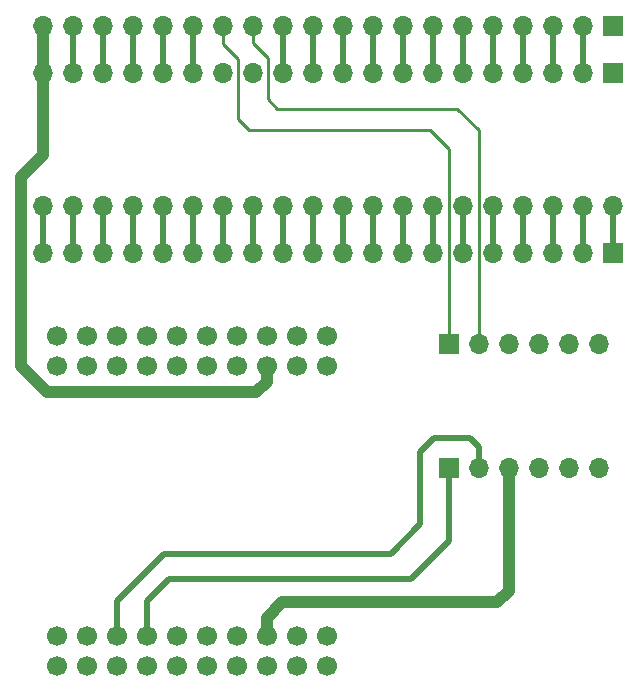
<source format=gtl>
G04 #@! TF.GenerationSoftware,KiCad,Pcbnew,(5.1.6)-1*
G04 #@! TF.CreationDate,2021-12-03T11:19:17+02:00*
G04 #@! TF.ProjectId,df_selector_inverted,64665f73-656c-4656-9374-6f725f696e76,rev?*
G04 #@! TF.SameCoordinates,Original*
G04 #@! TF.FileFunction,Copper,L1,Top*
G04 #@! TF.FilePolarity,Positive*
%FSLAX46Y46*%
G04 Gerber Fmt 4.6, Leading zero omitted, Abs format (unit mm)*
G04 Created by KiCad (PCBNEW (5.1.6)-1) date 2021-12-03 11:19:17*
%MOMM*%
%LPD*%
G01*
G04 APERTURE LIST*
G04 #@! TA.AperFunction,ComponentPad*
%ADD10O,1.700000X1.700000*%
G04 #@! TD*
G04 #@! TA.AperFunction,ComponentPad*
%ADD11R,1.700000X1.700000*%
G04 #@! TD*
G04 #@! TA.AperFunction,ComponentPad*
%ADD12C,1.700000*%
G04 #@! TD*
G04 #@! TA.AperFunction,Conductor*
%ADD13C,0.500000*%
G04 #@! TD*
G04 #@! TA.AperFunction,Conductor*
%ADD14C,1.000000*%
G04 #@! TD*
G04 #@! TA.AperFunction,Conductor*
%ADD15C,0.250000*%
G04 #@! TD*
G04 APERTURE END LIST*
D10*
X119760000Y-123250000D03*
X122300000Y-123250000D03*
X117220000Y-123250000D03*
D11*
X109600000Y-123250000D03*
D10*
X114680000Y-123250000D03*
X112140000Y-123250000D03*
X122300000Y-133750000D03*
X119760000Y-133750000D03*
X117220000Y-133750000D03*
X114680000Y-133750000D03*
X112140000Y-133750000D03*
D11*
X109600000Y-133750000D03*
D12*
X76420000Y-147980000D03*
X76420000Y-150520000D03*
X78960000Y-150520000D03*
X78960000Y-147980000D03*
X81500000Y-150520000D03*
X81500000Y-147980000D03*
X84040000Y-150520000D03*
X84040000Y-147980000D03*
X86580000Y-150520000D03*
X86580000Y-147980000D03*
X89120000Y-150520000D03*
X89120000Y-147980000D03*
X91660000Y-150520000D03*
X91660000Y-147980000D03*
X94200000Y-150520000D03*
X94200000Y-147980000D03*
X96740000Y-150520000D03*
X96740000Y-147980000D03*
X99280000Y-150520000D03*
X99280000Y-147980000D03*
X76420000Y-125120000D03*
X76420000Y-122580000D03*
X78960000Y-125120000D03*
X78960000Y-122580000D03*
X81500000Y-125120000D03*
X81500000Y-122580000D03*
X84040000Y-125120000D03*
X84040000Y-122580000D03*
X86580000Y-125120000D03*
X86580000Y-122580000D03*
X89120000Y-125120000D03*
X89120000Y-122580000D03*
X91660000Y-125120000D03*
X91660000Y-122580000D03*
X94200000Y-125120000D03*
X94200000Y-122580000D03*
X96740000Y-125120000D03*
X96740000Y-122580000D03*
X99280000Y-125120000D03*
X99280000Y-122580000D03*
D10*
X123510000Y-111540000D03*
X75250000Y-96300000D03*
X120970000Y-111540000D03*
X77790000Y-96300000D03*
X118430000Y-111540000D03*
X80330000Y-96300000D03*
X115890000Y-111540000D03*
X82870000Y-96300000D03*
X113350000Y-111540000D03*
X85410000Y-96300000D03*
X110810000Y-111540000D03*
X87950000Y-96300000D03*
X108270000Y-111540000D03*
X90490000Y-96300000D03*
X105730000Y-111540000D03*
X93030000Y-96300000D03*
X103190000Y-111540000D03*
X95570000Y-96300000D03*
X100650000Y-111540000D03*
X98110000Y-96300000D03*
X98110000Y-111540000D03*
X100650000Y-96300000D03*
X95570000Y-111540000D03*
X103190000Y-96300000D03*
X93030000Y-111540000D03*
X105730000Y-96300000D03*
X90490000Y-111540000D03*
X108270000Y-96300000D03*
X87950000Y-111540000D03*
X110810000Y-96300000D03*
X85410000Y-111540000D03*
X113350000Y-96300000D03*
X82870000Y-111540000D03*
X115890000Y-96300000D03*
X80330000Y-111540000D03*
X118430000Y-96300000D03*
X77790000Y-111540000D03*
X120970000Y-96300000D03*
X75250000Y-111540000D03*
D11*
X123510000Y-96300000D03*
X123500000Y-100300000D03*
D10*
X120960000Y-100300000D03*
X118420000Y-100300000D03*
X115880000Y-100300000D03*
X113340000Y-100300000D03*
X110800000Y-100300000D03*
X108260000Y-100300000D03*
X105720000Y-100300000D03*
X103180000Y-100300000D03*
X100640000Y-100300000D03*
X98100000Y-100300000D03*
X95560000Y-100300000D03*
X93020000Y-100300000D03*
X90480000Y-100300000D03*
X87940000Y-100300000D03*
X85400000Y-100300000D03*
X82860000Y-100300000D03*
X80320000Y-100300000D03*
X77780000Y-100300000D03*
X75240000Y-100300000D03*
X75240000Y-115550000D03*
X77780000Y-115550000D03*
X80320000Y-115550000D03*
X82860000Y-115550000D03*
X85400000Y-115550000D03*
X87940000Y-115550000D03*
X90480000Y-115550000D03*
X93020000Y-115550000D03*
X95560000Y-115550000D03*
X98100000Y-115550000D03*
X100640000Y-115550000D03*
X103180000Y-115550000D03*
X105720000Y-115550000D03*
X108260000Y-115550000D03*
X110800000Y-115550000D03*
X113340000Y-115550000D03*
X115880000Y-115550000D03*
X118420000Y-115550000D03*
X120960000Y-115550000D03*
D11*
X123500000Y-115550000D03*
D13*
X75250000Y-115540000D02*
X75240000Y-115550000D01*
X75250000Y-111540000D02*
X75250000Y-115540000D01*
X77790000Y-115540000D02*
X77780000Y-115550000D01*
X77790000Y-111540000D02*
X77790000Y-115540000D01*
X80330000Y-115540000D02*
X80320000Y-115550000D01*
X80330000Y-111540000D02*
X80330000Y-115540000D01*
X82870000Y-115540000D02*
X82860000Y-115550000D01*
X82870000Y-111540000D02*
X82870000Y-115540000D01*
X85410000Y-115540000D02*
X85400000Y-115550000D01*
X85410000Y-111540000D02*
X85410000Y-115540000D01*
X87950000Y-115540000D02*
X87940000Y-115550000D01*
X87950000Y-111540000D02*
X87950000Y-115540000D01*
X90490000Y-115540000D02*
X90480000Y-115550000D01*
X90490000Y-111540000D02*
X90490000Y-115540000D01*
X93030000Y-115540000D02*
X93020000Y-115550000D01*
X93030000Y-111540000D02*
X93030000Y-115540000D01*
X95570000Y-115540000D02*
X95560000Y-115550000D01*
X95570000Y-111540000D02*
X95570000Y-115540000D01*
X98110000Y-115540000D02*
X98100000Y-115550000D01*
X98110000Y-111540000D02*
X98110000Y-115540000D01*
X100650000Y-115540000D02*
X100640000Y-115550000D01*
X100650000Y-111540000D02*
X100650000Y-115540000D01*
X103190000Y-115540000D02*
X103180000Y-115550000D01*
X103190000Y-111540000D02*
X103190000Y-115540000D01*
X105730000Y-115540000D02*
X105720000Y-115550000D01*
X105730000Y-111540000D02*
X105730000Y-115540000D01*
X108270000Y-115540000D02*
X108260000Y-115550000D01*
X108270000Y-111540000D02*
X108270000Y-115540000D01*
X110810000Y-115540000D02*
X110800000Y-115550000D01*
X110810000Y-111540000D02*
X110810000Y-115540000D01*
X113350000Y-115540000D02*
X113340000Y-115550000D01*
X113350000Y-111540000D02*
X113350000Y-115540000D01*
X115890000Y-115540000D02*
X115880000Y-115550000D01*
X115890000Y-111540000D02*
X115890000Y-115540000D01*
X118430000Y-115540000D02*
X118420000Y-115550000D01*
X118430000Y-111540000D02*
X118430000Y-115540000D01*
X120970000Y-115540000D02*
X120960000Y-115550000D01*
X120970000Y-111540000D02*
X120970000Y-115540000D01*
X123510000Y-115540000D02*
X123500000Y-115550000D01*
X123510000Y-111540000D02*
X123510000Y-115540000D01*
X120970000Y-100290000D02*
X120960000Y-100300000D01*
X120970000Y-96300000D02*
X120970000Y-100290000D01*
X118430000Y-100290000D02*
X118420000Y-100300000D01*
X118430000Y-96300000D02*
X118430000Y-100290000D01*
X115890000Y-100290000D02*
X115880000Y-100300000D01*
X115890000Y-96300000D02*
X115890000Y-100290000D01*
X113350000Y-100290000D02*
X113340000Y-100300000D01*
X113350000Y-96300000D02*
X113350000Y-100290000D01*
X110810000Y-100290000D02*
X110800000Y-100300000D01*
X110810000Y-96300000D02*
X110810000Y-100290000D01*
X108270000Y-100290000D02*
X108260000Y-100300000D01*
X108270000Y-96300000D02*
X108270000Y-100290000D01*
X105730000Y-100290000D02*
X105720000Y-100300000D01*
X105730000Y-96300000D02*
X105730000Y-100290000D01*
X103190000Y-100290000D02*
X103180000Y-100300000D01*
X103190000Y-96300000D02*
X103190000Y-100290000D01*
X100650000Y-100290000D02*
X100640000Y-100300000D01*
X100650000Y-96300000D02*
X100650000Y-100290000D01*
X98110000Y-100290000D02*
X98100000Y-100300000D01*
X98110000Y-96300000D02*
X98110000Y-100290000D01*
X95570000Y-100290000D02*
X95560000Y-100300000D01*
X95570000Y-96300000D02*
X95570000Y-100290000D01*
X87950000Y-100290000D02*
X87940000Y-100300000D01*
X87950000Y-96300000D02*
X87950000Y-100290000D01*
X85410000Y-100290000D02*
X85400000Y-100300000D01*
X85410000Y-96300000D02*
X85410000Y-100290000D01*
X82870000Y-100290000D02*
X82860000Y-100300000D01*
X82870000Y-96300000D02*
X82870000Y-100290000D01*
X80330000Y-100290000D02*
X80320000Y-100300000D01*
X80330000Y-96300000D02*
X80330000Y-100290000D01*
X77790000Y-100290000D02*
X77780000Y-100300000D01*
X77790000Y-96300000D02*
X77790000Y-100290000D01*
D14*
X75250000Y-100290000D02*
X75240000Y-100300000D01*
X75250000Y-96300000D02*
X75250000Y-100290000D01*
D15*
X110300000Y-103300000D02*
X112140000Y-105140000D01*
X93030000Y-97730000D02*
X94300000Y-99000000D01*
X93030000Y-96300000D02*
X93030000Y-97730000D01*
X112140000Y-105140000D02*
X112140000Y-123250000D01*
X94300000Y-102500000D02*
X95100000Y-103300000D01*
X94300000Y-99000000D02*
X94300000Y-102500000D01*
X95100000Y-103300000D02*
X110300000Y-103300000D01*
X90490000Y-96300000D02*
X90490000Y-97790000D01*
X90490000Y-97790000D02*
X91800000Y-99100000D01*
X91800000Y-99100000D02*
X91800000Y-104200000D01*
X91800000Y-104200000D02*
X92700000Y-105100000D01*
X92700000Y-105100000D02*
X108000000Y-105100000D01*
X109600000Y-106700000D02*
X109600000Y-123250000D01*
X108000000Y-105100000D02*
X109600000Y-106700000D01*
D14*
X114680000Y-133750000D02*
X114680000Y-144120000D01*
X114680000Y-144120000D02*
X113700000Y-145100000D01*
X113700000Y-145100000D02*
X95500000Y-145100000D01*
X94200000Y-146400000D02*
X94200000Y-147980000D01*
X95500000Y-145100000D02*
X94200000Y-146400000D01*
X94200000Y-125120000D02*
X94200000Y-126400000D01*
X94200000Y-126400000D02*
X93300000Y-127300000D01*
X93300000Y-127300000D02*
X75600000Y-127300000D01*
X75600000Y-127300000D02*
X73400000Y-125100000D01*
X75240000Y-107260000D02*
X75240000Y-100300000D01*
X73400000Y-109100000D02*
X75240000Y-107260000D01*
X73400000Y-125100000D02*
X73400000Y-109100000D01*
D13*
X84040000Y-147980000D02*
X84040000Y-144960000D01*
X84040000Y-144960000D02*
X85900000Y-143100000D01*
X85900000Y-143100000D02*
X106400000Y-143100000D01*
X109600000Y-139900000D02*
X109600000Y-133750000D01*
X106400000Y-143100000D02*
X109600000Y-139900000D01*
X81500000Y-147980000D02*
X81500000Y-145000000D01*
X81500000Y-145000000D02*
X85500000Y-141000000D01*
X85500000Y-141000000D02*
X104700000Y-141000000D01*
X104700000Y-141000000D02*
X107200000Y-138500000D01*
X107200000Y-138500000D02*
X107200000Y-132400000D01*
X107200000Y-132400000D02*
X108400000Y-131200000D01*
X108400000Y-131200000D02*
X111400000Y-131200000D01*
X112140000Y-131940000D02*
X112140000Y-133750000D01*
X111400000Y-131200000D02*
X112140000Y-131940000D01*
M02*

</source>
